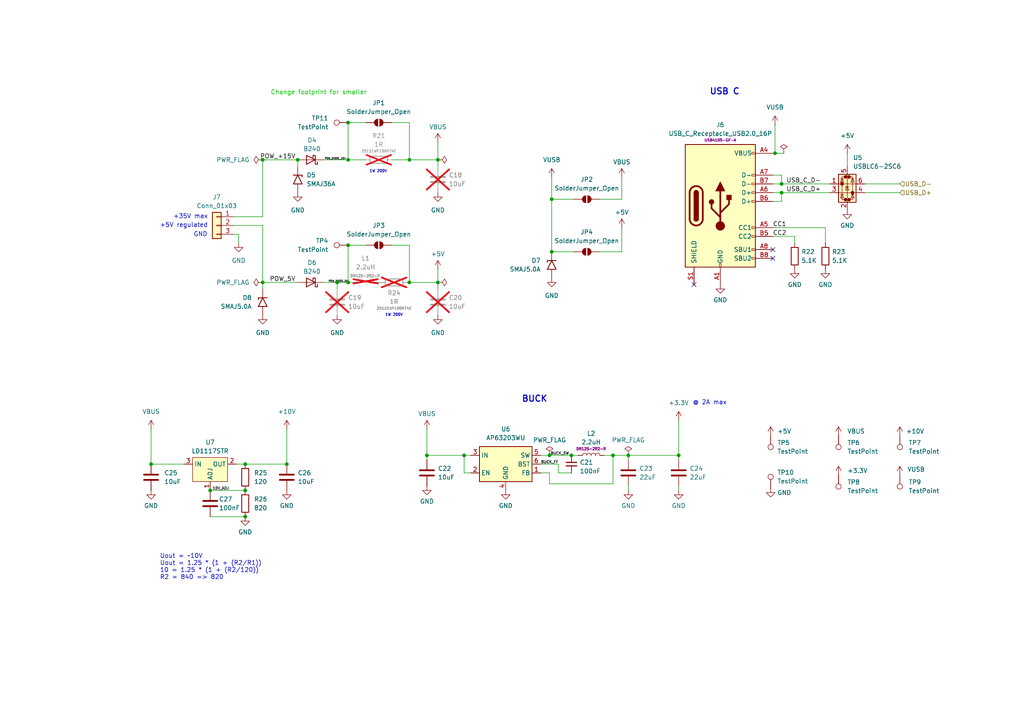
<source format=kicad_sch>
(kicad_sch (version 20250114) (generator "eeschema") (generator_version "9.0")
  (paper "A4")
  (title_block (title "Tesla sextant BT POWER") (date "2026-02-10") (rev "2.3"))
  (lib_symbols
    (symbol "Connector:TestPoint" (pin_numbers (hide yes)) (pin_names (offset 0.762) (hide yes))
      (property "Reference" "TP" (at 0 6.858 0))
      (property "Value" "TestPoint" (at 0 5.08 0))
      (symbol "TestPoint_0_1"
        (circle (center 0 3.302) (radius 0.762))
      )
      (symbol "TestPoint_1_1"
        (pin passive line (at 0 0 90) (length 2.54) (name "1") (number "1"))
      )
    )
    (symbol "Connector:USB_C_Receptacle_USB2.0_16P" (pin_names (offset 1.016))
      (property "Reference" "J2" (at 0 22.86 0))
      (property "Value" "USB_C_Receptacle_USB2.0_16P" (at 0 20.32 0))
      (symbol "USB_C_Receptacle_USB2.0_16P_0_0"
        (rectangle (start -0.254 -17.78) (end 0.254 -16.764))
        (rectangle (start 10.16 15.494) (end 9.144 14.986))
        (rectangle (start 10.16 9.144) (end 9.144 8.636))
        (rectangle (start 10.16 6.604) (end 9.144 6.096))
        (rectangle (start 10.16 4.064) (end 9.144 3.556))
        (rectangle (start 10.16 1.524) (end 9.144 1.016))
        (rectangle (start 10.16 -6.096) (end 9.144 -6.604))
        (rectangle (start 10.16 -8.636) (end 9.144 -9.144))
        (rectangle (start 10.16 -12.446) (end 9.144 -12.954))
        (rectangle (start 10.16 -14.986) (end 9.144 -15.494))
      )
      (symbol "USB_C_Receptacle_USB2.0_16P_0_1"
        (rectangle (start -10.16 17.78) (end 10.16 -17.78) (stroke (width 0.254)) (fill (type background)))
        (polyline (pts (xy -8.89 -3.81) (xy -8.89 3.81)) (stroke (width 0.508)))
        (rectangle (start -7.62 -3.81) (end -6.35 3.81) (stroke (width 0.254)) (fill (type outline)))
        (arc (start -7.62 3.81) (mid -6.985 4.4423) (end -6.35 3.81) (stroke (width 0.254)))
        (arc (start -7.62 3.81) (mid -6.985 4.4423) (end -6.35 3.81) (stroke (width 0.254)) (fill (type outline)))
        (arc (start -8.89 3.81) (mid -6.985 5.7067) (end -5.08 3.81) (stroke (width 0.508)))
        (arc (start -5.08 -3.81) (mid -6.985 -5.7067) (end -8.89 -3.81) (stroke (width 0.508)))
        (arc (start -6.35 -3.81) (mid -6.985 -4.4423) (end -7.62 -3.81) (stroke (width 0.254)))
        (arc (start -6.35 -3.81) (mid -6.985 -4.4423) (end -7.62 -3.81) (stroke (width 0.254)) (fill (type outline)))
        (polyline (pts (xy -5.08 3.81) (xy -5.08 -3.81)) (stroke (width 0.508)))
        (circle (center -2.54 1.143) (radius 0.635) (stroke (width 0.254)) (fill (type outline)))
        (polyline (pts (xy -1.27 4.318) (xy 0 6.858) (xy 1.27 4.318) (xy -1.27 4.318)) (stroke (width 0.254)) (fill (type outline)))
        (polyline (pts (xy 0 -2.032) (xy 2.54 0.508) (xy 2.54 1.778)) (stroke (width 0.508)))
        (polyline (pts (xy 0 -3.302) (xy -2.54 -0.762) (xy -2.54 0.508)) (stroke (width 0.508)))
        (polyline (pts (xy 0 -5.842) (xy 0 4.318)) (stroke (width 0.508)))
        (circle (center 0 -5.842) (radius 1.27) (fill (type outline)))
        (rectangle (start 1.905 1.778) (end 3.175 3.048) (stroke (width 0.254)) (fill (type outline)))
      )
      (symbol "USB_C_Receptacle_USB2.0_16P_1_1"
        (pin passive line (at -7.62 -22.86 90) (length 5.08) (name "SHIELD") (number "S1"))
        (pin passive line (at 0 -22.86 90) (length 5.08) (name "GND") (number "A1"))
        (pin passive line (at 0 -22.86 90) (length 5.08) (hide yes) (name "GND") (number "A12"))
        (pin passive line (at 0 -22.86 90) (length 5.08) (hide yes) (name "GND") (number "B1"))
        (pin passive line (at 0 -22.86 90) (length 5.08) (hide yes) (name "GND") (number "B12"))
        (pin passive line (at 15.24 15.24 180) (length 5.08) (name "VBUS") (number "A4"))
        (pin passive line (at 15.24 15.24 180) (length 5.08) (hide yes) (name "VBUS") (number "A9"))
        (pin passive line (at 15.24 15.24 180) (length 5.08) (hide yes) (name "VBUS") (number "B4"))
        (pin passive line (at 15.24 15.24 180) (length 5.08) (hide yes) (name "VBUS") (number "B9"))
        (pin bidirectional line (at 15.24 8.89 180) (length 5.08) (name "D-") (number "A7"))
        (pin bidirectional line (at 15.24 6.35 180) (length 5.08) (name "D-") (number "B7"))
        (pin bidirectional line (at 15.24 3.81 180) (length 5.08) (name "D+") (number "A6"))
        (pin bidirectional line (at 15.24 1.27 180) (length 5.08) (name "D+") (number "B6"))
        (pin bidirectional line (at 15.24 -6.35 180) (length 5.08) (name "CC1") (number "A5"))
        (pin bidirectional line (at 15.24 -8.89 180) (length 5.08) (name "CC2") (number "B5"))
        (pin bidirectional line (at 15.24 -12.7 180) (length 5.08) (name "SBU1") (number "A8"))
        (pin bidirectional line (at 15.24 -15.24 180) (length 5.08) (name "SBU2") (number "B8"))
      )
    )
    (symbol "Connector_Generic:Conn_01x03" (pin_names (offset 1.016) (hide yes))
      (property "Reference" "J" (at 0 5.08 0))
      (property "Value" "Conn_01x03" (at 0 -5.08 0))
      (symbol "Conn_01x03_1_1"
        (rectangle (start -1.27 3.81) (end 1.27 -3.81) (stroke (width 0.254)) (fill (type background)))
        (rectangle (start -1.27 2.667) (end 0 2.413) (stroke (width 0.1524)))
        (rectangle (start -1.27 0.127) (end 0 -0.127) (stroke (width 0.1524)))
        (rectangle (start -1.27 -2.413) (end 0 -2.667) (stroke (width 0.1524)))
        (pin passive line (at -5.08 2.54 0) (length 3.81) (name "Pin_1") (number "1"))
        (pin passive line (at -5.08 0 0) (length 3.81) (name "Pin_2") (number "2"))
        (pin passive line (at -5.08 -2.54 0) (length 3.81) (name "Pin_3") (number "3"))
      )
    )
    (symbol "Device:C" (pin_numbers (hide yes)) (pin_names (offset 0.254))
      (property "Reference" "C" (at 0.635 2.54 0))
      (property "Value" "C" (at 0.635 -2.54 0))
      (symbol "C_0_1"
        (polyline (pts (xy -2.032 0.762) (xy 2.032 0.762)) (stroke (width 0.508)))
        (polyline (pts (xy -2.032 -0.762) (xy 2.032 -0.762)) (stroke (width 0.508)))
      )
      (symbol "C_1_1"
        (pin passive line (at 0 3.81 270) (length 2.794) (name "~") (number "1"))
        (pin passive line (at 0 -3.81 90) (length 2.794) (name "~") (number "2"))
      )
    )
    (symbol "Device:C_Small" (pin_numbers (hide yes)) (pin_names (offset 0.254) (hide yes))
      (property "Reference" "C" (at 0.254 1.778 0))
      (property "Value" "C_Small" (at 0.254 -2.032 0))
      (symbol "C_Small_0_1"
        (polyline (pts (xy -1.524 0.508) (xy 1.524 0.508)) (stroke (width 0.3048)))
        (polyline (pts (xy -1.524 -0.508) (xy 1.524 -0.508)) (stroke (width 0.3302)))
      )
      (symbol "C_Small_1_1"
        (pin passive line (at 0 2.54 270) (length 2.032) (name "~") (number "1"))
        (pin passive line (at 0 -2.54 90) (length 2.032) (name "~") (number "2"))
      )
    )
    (symbol "Device:L" (pin_numbers (hide yes)) (pin_names (offset 1.016) (hide yes))
      (property "Reference" "L" (at -1.27 0 90))
      (property "Value" "L" (at 1.905 0 90))
      (symbol "L_0_1"
        (arc (start 0 2.54) (mid 0.6323 1.905) (end 0 1.27))
        (arc (start 0 1.27) (mid 0.6323 0.635) (end 0 0))
        (arc (start 0 0) (mid 0.6323 -0.635) (end 0 -1.27))
        (arc (start 0 -1.27) (mid 0.6323 -1.905) (end 0 -2.54))
      )
      (symbol "L_1_1"
        (pin passive line (at 0 3.81 270) (length 1.27) (name "1") (number "1"))
        (pin passive line (at 0 -3.81 90) (length 1.27) (name "2") (number "2"))
      )
    )
    (symbol "Device:R" (pin_numbers (hide yes)) (pin_names (offset 0))
      (property "Reference" "R" (at 2.032 0 90))
      (property "Value" "R" (at 0 0 90))
      (symbol "R_0_1"
        (rectangle (start -1.016 -2.54) (end 1.016 2.54) (stroke (width 0.254)))
      )
      (symbol "R_1_1"
        (pin passive line (at 0 3.81 270) (length 1.27) (name "~") (number "1"))
        (pin passive line (at 0 -3.81 90) (length 1.27) (name "~") (number "2"))
      )
    )
    (symbol "Diode:B240" (pin_numbers (hide yes)) (pin_names (offset 1.016) (hide yes))
      (property "Reference" "D" (at 0 2.54 0))
      (property "Value" "B240" (at 0 -2.54 0))
      (symbol "B240_0_1"
        (polyline (pts (xy -1.905 0.635) (xy -1.905 1.27) (xy -1.27 1.27) (xy -1.27 -1.27) (xy -0.635 -1.27) (xy -0.635 -0.635)) (stroke (width 0.254)))
        (polyline (pts (xy 1.27 1.27) (xy 1.27 -1.27) (xy -1.27 0) (xy 1.27 1.27)) (stroke (width 0.254)))
        (polyline (pts (xy 1.27 0) (xy -1.27 0)))
      )
      (symbol "B240_1_1"
        (pin passive line (at -3.81 0 0) (length 2.54) (name "K") (number "1"))
        (pin passive line (at 3.81 0 180) (length 2.54) (name "A") (number "2"))
      )
    )
    (symbol "Diode:SMAJ36A" (pin_numbers (hide yes)) (pin_names (offset 1.016) (hide yes))
      (property "Reference" "D" (at 0 2.54 0))
      (property "Value" "SMAJ36A" (at 0 -2.54 0))
      (symbol "SMAJ36A_0_1"
        (polyline (pts (xy -0.762 1.27) (xy -1.27 1.27) (xy -1.27 -1.27)) (stroke (width 0.254)))
        (polyline (pts (xy 1.27 1.27) (xy 1.27 -1.27) (xy -1.27 0) (xy 1.27 1.27)) (stroke (width 0.254)))
      )
      (symbol "SMAJ36A_1_1"
        (pin passive line (at -3.81 0 0) (length 2.54) (name "A1") (number "1"))
        (pin passive line (at 3.81 0 180) (length 2.54) (name "A2") (number "2"))
      )
    )
    (symbol "Diode:SMAJ5.0A" (pin_numbers (hide yes)) (pin_names (offset 1.016) (hide yes))
      (property "Reference" "D" (at 0 2.54 0))
      (property "Value" "SMAJ5.0A" (at 0 -2.54 0))
      (symbol "SMAJ5.0A_0_1"
        (polyline (pts (xy -0.762 1.27) (xy -1.27 1.27) (xy -1.27 -1.27)) (stroke (width 0.254)))
        (polyline (pts (xy 1.27 1.27) (xy 1.27 -1.27) (xy -1.27 0) (xy 1.27 1.27)) (stroke (width 0.254)))
      )
      (symbol "SMAJ5.0A_1_1"
        (pin passive line (at -3.81 0 0) (length 2.54) (name "A1") (number "1"))
        (pin passive line (at 3.81 0 180) (length 2.54) (name "A2") (number "2"))
      )
    )
    (symbol "Jumper:SolderJumper_2_Open" (pin_numbers (hide yes)) (pin_names (offset 0) (hide yes)) (in_bom no)
      (property "Reference" "JP" (at 0 2.032 0))
      (property "Value" "SolderJumper_2_Open" (at 0 -2.54 0))
      (symbol "SolderJumper_2_Open_0_1"
        (polyline (pts (xy -0.254 1.016) (xy -0.254 -1.016)))
        (arc (start -0.254 -1.016) (mid -1.2656 0) (end -0.254 1.016))
        (arc (start -0.254 -1.016) (mid -1.2656 0) (end -0.254 1.016) (fill (type outline)))
        (arc (start 0.254 1.016) (mid 1.2656 0) (end 0.254 -1.016))
        (arc (start 0.254 1.016) (mid 1.2656 0) (end 0.254 -1.016) (fill (type outline)))
        (polyline (pts (xy 0.254 1.016) (xy 0.254 -1.016)))
      )
      (symbol "SolderJumper_2_Open_1_1"
        (pin passive line (at -3.81 0 0) (length 2.54) (name "A") (number "1"))
        (pin passive line (at 3.81 0 180) (length 2.54) (name "B") (number "2"))
      )
    )
    (symbol "Power_Protection:USBLC6-2SC6" (pin_names (hide yes))
      (property "Reference" "U" (at 0.635 5.715 0))
      (property "Value" "USBLC6-2SC6" (at 0.635 3.81 0))
      (symbol "USBLC6-2SC6_0_0"
        (circle (center -1.524 0) (radius 0.0001) (stroke (width 0.508)))
        (circle (center -0.508 2.032) (radius 0.0001) (stroke (width 0.508)))
        (circle (center -0.508 -4.572) (radius 0.0001) (stroke (width 0.508)))
        (circle (center 0.508 2.032) (radius 0.0001) (stroke (width 0.508)))
        (circle (center 0.508 -4.572) (radius 0.0001) (stroke (width 0.508)))
        (circle (center 1.524 -2.54) (radius 0.0001) (stroke (width 0.508)))
      )
      (symbol "USBLC6-2SC6_0_1"
        (polyline (pts (xy -2.54 0) (xy 2.54 0)))
        (polyline (pts (xy -2.54 -2.54) (xy 2.54 -2.54)))
        (polyline (pts (xy -2.032 0.508) (xy -1.016 0.508) (xy -1.524 1.524) (xy -2.032 0.508)))
        (polyline (pts (xy -2.032 -3.048) (xy -1.016 -3.048)))
        (polyline (pts (xy -1.016 1.524) (xy -2.032 1.524)))
        (polyline (pts (xy -1.016 -4.064) (xy -2.032 -4.064) (xy -1.524 -3.048) (xy -1.016 -4.064)))
        (polyline (pts (xy -0.508 -1.143) (xy -0.508 -0.762) (xy 0.508 -0.762)))
        (polyline (pts (xy 0 2.54) (xy -0.508 2.032) (xy 0.508 2.032) (xy 0 1.524) (xy 0 -4.064) (xy -0.508 -4.572) (xy 0.508 -4.572) (xy 0 -5.08)))
        (polyline (pts (xy 0.508 -1.778) (xy -0.508 -1.778) (xy 0 -0.762) (xy 0.508 -1.778)))
        (polyline (pts (xy 1.016 1.524) (xy 2.032 1.524)))
        (polyline (pts (xy 1.016 -3.048) (xy 2.032 -3.048)))
        (polyline (pts (xy 2.032 0.508) (xy 1.016 0.508) (xy 1.524 1.524) (xy 2.032 0.508)))
        (polyline (pts (xy 2.032 -4.064) (xy 1.016 -4.064) (xy 1.524 -3.048) (xy 2.032 -4.064)))
      )
      (symbol "USBLC6-2SC6_1_1"
        (rectangle (start -2.54 2.794) (end 2.54 -5.334) (stroke (width 0.254)) (fill (type background)))
        (polyline (pts (xy -0.508 2.032) (xy -1.524 2.032) (xy -1.524 -4.572) (xy -0.508 -4.572)))
        (polyline (pts (xy 0.508 -4.572) (xy 1.524 -4.572) (xy 1.524 2.032) (xy 0.508 2.032)))
        (pin passive line (at -5.08 0 0) (length 2.54) (name "I/O1") (number "1"))
        (pin passive line (at -5.08 -2.54 0) (length 2.54) (name "I/O2") (number "3"))
        (pin passive line (at 0 5.08 270) (length 2.54) (name "VBUS") (number "5"))
        (pin passive line (at 0 -7.62 90) (length 2.54) (name "GND") (number "2"))
        (pin passive line (at 5.08 0 180) (length 2.54) (name "I/O1") (number "6"))
        (pin passive line (at 5.08 -2.54 180) (length 2.54) (name "I/O2") (number "4"))
      )
    )
    (symbol "Regulator_Switching:AP63203WU"
      (property "Reference" "U" (at -7.62 6.35 0))
      (property "Value" "AP63203WU" (at 2.54 6.35 0))
      (symbol "AP63203WU_0_1"
        (rectangle (start -7.62 5.08) (end 7.62 -5.08) (stroke (width 0.254)) (fill (type background)))
      )
      (symbol "AP63203WU_1_1"
        (pin power_in line (at -10.16 2.54 0) (length 2.54) (name "IN") (number "3"))
        (pin input line (at -10.16 -2.54 0) (length 2.54) (name "EN") (number "2"))
        (pin power_in line (at 0 -7.62 90) (length 2.54) (name "GND") (number "4"))
        (pin output line (at 10.16 2.54 180) (length 2.54) (name "SW") (number "5"))
        (pin passive line (at 10.16 0 180) (length 2.54) (name "BST") (number "6"))
        (pin input line (at 10.16 -2.54 180) (length 2.54) (name "FB") (number "1"))
      )
    )
    (symbol "Tesla_sextant_BT_Library:LM317DCYR"
      (property "Reference" "U" (at 0.254 6.096 0))
      (property "Value" "LD1117STR" (at 0.254 4.318 0))
      (symbol "LM317DCYR_1_1"
        (rectangle (start -5.08 3.175) (end 5.08 -3.81) (fill (type background)))
        (pin power_in line (at -7.62 1.27 0) (length 2.54) (name "IN") (number "3"))
        (pin input line (at 0 -6.35 90) (length 2.54) (name "ADJ") (number "1"))
        (pin power_out line (at 7.62 1.27 180) (length 2.54) (name "OUT") (number "2"))
        (pin input line (at 7.62 1.27 180) (length 2.54) (hide yes) (name "OUT") (number "4"))
      )
    )
    (symbol "power:+10V" (power) (pin_numbers (hide yes)) (pin_names (offset 0) (hide yes))
      (property "Value" "+10V" (at 0 3.556 0))
      (symbol "+10V_0_1"
        (polyline (pts (xy -0.762 1.27) (xy 0 2.54)))
        (polyline (pts (xy 0 2.54) (xy 0.762 1.27)))
        (polyline (pts (xy 0 0) (xy 0 2.54)))
      )
      (symbol "+10V_1_1"
        (pin power_in line (at 0 0 90) (length 0) (name "~") (number "1"))
      )
    )
    (symbol "power:+3.3V" (power) (pin_numbers (hide yes)) (pin_names (offset 0) (hide yes))
      (property "Value" "+3.3V" (at 0 3.556 0))
      (symbol "+3.3V_0_1"
        (polyline (pts (xy -0.762 1.27) (xy 0 2.54)))
        (polyline (pts (xy 0 2.54) (xy 0.762 1.27)))
        (polyline (pts (xy 0 0) (xy 0 2.54)))
      )
      (symbol "+3.3V_1_1"
        (pin power_in line (at 0 0 90) (length 0) (name "~") (number "1"))
      )
    )
    (symbol "power:+5V" (power) (pin_numbers (hide yes)) (pin_names (offset 0) (hide yes))
      (property "Value" "+5V" (at 0 3.556 0))
      (symbol "+5V_0_1"
        (polyline (pts (xy -0.762 1.27) (xy 0 2.54)))
        (polyline (pts (xy 0 2.54) (xy 0.762 1.27)))
        (polyline (pts (xy 0 0) (xy 0 2.54)))
      )
      (symbol "+5V_1_1"
        (pin power_in line (at 0 0 90) (length 0) (name "~") (number "1"))
      )
    )
    (symbol "power:GND" (power) (pin_numbers (hide yes)) (pin_names (offset 0) (hide yes))
      (property "Value" "GND" (at 0 -3.81 0))
      (symbol "GND_0_1"
        (polyline (pts (xy 0 0) (xy 0 -1.27) (xy 1.27 -1.27) (xy 0 -2.54) (xy -1.27 -1.27) (xy 0 -1.27)))
      )
      (symbol "GND_1_1"
        (pin power_in line (at 0 0 270) (length 0) (name "~") (number "1"))
      )
    )
    (symbol "power:PWR_FLAG" (power) (pin_numbers (hide yes)) (pin_names (offset 0) (hide yes))
      (property "Value" "PWR_FLAG" (at 0 3.81 0))
      (symbol "PWR_FLAG_0_0"
        (pin power_out line (at 0 0 90) (length 0) (name "~") (number "1"))
      )
      (symbol "PWR_FLAG_0_1"
        (polyline (pts (xy 0 0) (xy 0 1.27) (xy -1.016 1.905) (xy 0 2.54) (xy 1.016 1.905) (xy 0 1.27)))
      )
    )
    (symbol "power:VBUS" (power) (pin_numbers (hide yes)) (pin_names (offset 0) (hide yes))
      (property "Value" "VBUS" (at 0 3.556 0))
      (symbol "VBUS_0_1"
        (polyline (pts (xy -0.762 1.27) (xy 0 2.54)))
        (polyline (pts (xy 0 2.54) (xy 0.762 1.27)))
        (polyline (pts (xy 0 0) (xy 0 2.54)))
      )
      (symbol "VBUS_1_1"
        (pin power_in line (at 0 0 90) (length 0) (name "~") (number "1"))
      )
    )
  )
  (text "Uout = ~10V\nUout = 1.25 * (1 + (R2/R1))\n10 = 1.25 * (1 + (R2/120))\nR2 = 840 => 820\n" (at 46.355 164.465 0) (effects (font (size 1.27 1.27)) (justify left)))
  (text "@ 2A max" (at 205.867 116.84 0) (effects (font (size 1.27 1.27))))
  (text "+5V regulated" (at 60.325 65.405 0) (effects (font (size 1.27 1.27) (thickness 0.1588)) (justify right)))
  (text "GND" (at 60.198 68.072 0) (effects (font (size 1.27 1.27)) (justify right)))
  (text "1W 200V" (at 109.728 49.784 0) (effects (font (size 0.762 0.762))))
  (text "1W 200V" (at 114.3 91.44 0) (effects (font (size 0.762 0.762))))
  (text "+35V max" (at 60.325 62.865 0) (effects (font (size 1.27 1.27)) (justify right)))
  (text "Change footprint for smaller" (at 92.456 26.924 0) (effects (font (size 1.27 1.27))))
  (text "BUCK" (at 155.067 115.824 0) (effects (font (size 1.778 1.778) (thickness 0.3048) (bold yes))))
  (text "USB C" (at 210.185 26.67 0) (effects (font (size 1.778 1.778) (thickness 0.3048) (bold yes))))
  (junction (at 97.79 81.915))
  (junction (at 224.79 44.45))
  (junction (at 71.12 142.24))
  (junction (at 165.735 132.08))
  (junction (at 160.02 73.025))
  (junction (at 226.695 55.88))
  (junction (at 159.385 132.08))
  (junction (at 76.2 46.355))
  (junction (at 127 46.355))
  (junction (at 196.85 132.08))
  (junction (at 160.02 57.785))
  (junction (at 76.2 81.915))
  (junction (at 182.245 132.08))
  (junction (at 123.825 132.08))
  (junction (at 60.96 142.24))
  (junction (at 100.965 71.12))
  (junction (at 71.12 134.62))
  (junction (at 86.36 46.355))
  (junction (at 43.815 134.62))
  (junction (at 118.745 46.355))
  (junction (at 118.745 81.915))
  (junction (at 177.8 132.08))
  (junction (at 127 81.915))
  (junction (at 71.12 149.86))
  (junction (at 83.185 134.62))
  (junction (at 226.695 53.34))
  (junction (at 100.965 46.355))
  (junction (at 100.965 81.915))
  (junction (at 100.965 35.56))
  (junction (at 134.62 132.08))
  (no_connect (at 224.155 74.93))
  (no_connect (at 224.155 72.39))
  (no_connect (at 201.295 82.55))
  (wire (pts (xy 76.2 65.405) (xy 76.2 81.915)))
  (wire (pts (xy 113.665 35.56) (xy 118.745 35.56)))
  (wire (pts (xy 43.815 124.46) (xy 43.815 134.62)))
  (wire (pts (xy 161.925 137.16) (xy 161.925 134.62)))
  (wire (pts (xy 224.155 50.8) (xy 226.695 50.8)))
  (wire (pts (xy 159.385 132.08) (xy 165.735 132.08)))
  (wire (pts (xy 106.045 35.56) (xy 100.965 35.56)))
  (wire (pts (xy 224.79 44.45) (xy 227.33 44.45)))
  (wire (pts (xy 110.49 81.915) (xy 109.855 81.915)))
  (wire (pts (xy 245.745 44.45) (xy 245.745 48.26)))
  (wire (pts (xy 239.395 66.04) (xy 239.395 70.485)))
  (wire (pts (xy 136.525 137.16) (xy 134.62 137.16)))
  (wire (pts (xy 71.12 134.62) (xy 83.185 134.62)))
  (wire (pts (xy 230.505 68.58) (xy 230.505 70.485)))
  (wire (pts (xy 134.62 132.08) (xy 136.525 132.08)))
  (wire (pts (xy 67.945 65.405) (xy 76.2 65.405)))
  (wire (pts (xy 127 83.82) (xy 127 81.915)))
  (wire (pts (xy 180.34 66.04) (xy 180.34 73.025)))
  (wire (pts (xy 159.385 137.16) (xy 156.845 137.16)))
  (wire (pts (xy 173.99 57.785) (xy 180.34 57.785)))
  (wire (pts (xy 123.825 124.46) (xy 123.825 132.08)))
  (wire (pts (xy 226.695 50.8) (xy 226.695 53.34)))
  (wire (pts (xy 100.965 81.915) (xy 102.235 81.915)))
  (wire (pts (xy 127 78.105) (xy 127 81.915)))
  (wire (pts (xy 226.695 55.88) (xy 226.695 58.42)))
  (wire (pts (xy 118.745 81.915) (xy 127 81.915)))
  (wire (pts (xy 177.8 132.08) (xy 182.245 132.08)))
  (wire (pts (xy 83.185 124.46) (xy 83.185 134.62)))
  (wire (pts (xy 127 48.26) (xy 127 46.355)))
  (wire (pts (xy 250.825 53.34) (xy 260.985 53.34)))
  (wire (pts (xy 160.02 57.785) (xy 160.02 73.025)))
  (wire (pts (xy 76.2 81.915) (xy 86.36 81.915)))
  (wire (pts (xy 196.85 133.35) (xy 196.85 132.08)))
  (wire (pts (xy 160.02 51.435) (xy 160.02 57.785)))
  (wire (pts (xy 196.85 121.92) (xy 196.85 132.08)))
  (wire (pts (xy 97.79 83.82) (xy 97.79 81.915)))
  (wire (pts (xy 156.845 132.08) (xy 159.385 132.08)))
  (wire (pts (xy 76.2 46.355) (xy 76.2 62.865)))
  (wire (pts (xy 100.965 81.915) (xy 100.965 71.12)))
  (wire (pts (xy 118.745 71.12) (xy 118.745 81.915)))
  (wire (pts (xy 182.245 132.08) (xy 196.85 132.08)))
  (wire (pts (xy 86.36 48.26) (xy 86.36 46.355)))
  (wire (pts (xy 160.02 57.785) (xy 166.37 57.785)))
  (wire (pts (xy 250.825 55.88) (xy 260.985 55.88)))
  (wire (pts (xy 93.98 46.355) (xy 100.965 46.355)))
  (wire (pts (xy 226.695 53.34) (xy 240.665 53.34)))
  (wire (pts (xy 159.385 140.335) (xy 177.8 140.335)))
  (wire (pts (xy 60.96 142.24) (xy 71.12 142.24)))
  (wire (pts (xy 224.155 44.45) (xy 224.79 44.45)))
  (wire (pts (xy 134.62 137.16) (xy 134.62 132.08)))
  (wire (pts (xy 100.965 35.56) (xy 100.965 46.355)))
  (wire (pts (xy 123.825 132.08) (xy 134.62 132.08)))
  (wire (pts (xy 69.215 67.945) (xy 69.215 70.485)))
  (wire (pts (xy 123.825 133.35) (xy 123.825 132.08)))
  (wire (pts (xy 113.665 71.12) (xy 118.745 71.12)))
  (wire (pts (xy 226.695 55.88) (xy 240.665 55.88)))
  (wire (pts (xy 173.99 73.025) (xy 180.34 73.025)))
  (wire (pts (xy 100.965 71.12) (xy 106.045 71.12)))
  (wire (pts (xy 43.815 134.62) (xy 53.34 134.62)))
  (wire (pts (xy 97.79 81.915) (xy 100.965 81.915)))
  (wire (pts (xy 175.26 132.08) (xy 177.8 132.08)))
  (wire (pts (xy 93.98 81.915) (xy 97.79 81.915)))
  (wire (pts (xy 118.11 81.915) (xy 118.745 81.915)))
  (wire (pts (xy 182.245 140.97) (xy 182.245 142.24)))
  (wire (pts (xy 113.665 46.355) (xy 118.745 46.355)))
  (wire (pts (xy 177.8 140.335) (xy 177.8 132.08)))
  (wire (pts (xy 127 41.275) (xy 127 46.355)))
  (wire (pts (xy 100.965 46.355) (xy 106.045 46.355)))
  (wire (pts (xy 159.385 137.16) (xy 159.385 140.335)))
  (wire (pts (xy 60.96 149.86) (xy 71.12 149.86)))
  (wire (pts (xy 161.925 134.62) (xy 156.845 134.62)))
  (wire (pts (xy 118.745 46.355) (xy 127 46.355)))
  (wire (pts (xy 68.58 134.62) (xy 71.12 134.62)))
  (wire (pts (xy 226.695 53.34) (xy 224.155 53.34)))
  (wire (pts (xy 224.155 66.04) (xy 239.395 66.04)))
  (wire (pts (xy 226.695 55.88) (xy 224.155 55.88)))
  (wire (pts (xy 76.2 83.82) (xy 76.2 81.915)))
  (wire (pts (xy 165.735 132.08) (xy 167.64 132.08)))
  (wire (pts (xy 196.85 142.24) (xy 196.85 140.97)))
  (wire (pts (xy 224.79 36.195) (xy 224.79 44.45)))
  (wire (pts (xy 180.34 51.435) (xy 180.34 57.785)))
  (wire (pts (xy 160.02 73.025) (xy 166.37 73.025)))
  (wire (pts (xy 76.2 46.355) (xy 86.36 46.355)))
  (wire (pts (xy 67.945 62.865) (xy 76.2 62.865)))
  (wire (pts (xy 224.155 68.58) (xy 230.505 68.58)))
  (wire (pts (xy 69.215 67.945) (xy 67.945 67.945)))
  (wire (pts (xy 226.695 58.42) (xy 224.155 58.42)))
  (wire (pts (xy 118.745 35.56) (xy 118.745 46.355)))
  (wire (pts (xy 182.245 133.35) (xy 182.245 132.08)))
  (wire (pts (xy 165.735 137.16) (xy 161.925 137.16)))
  (label "POW_5V" (at 85.725 81.915 180))
  (label "BUCK_FF" (at 156.845 134.62 0) (effects (font (size 0.762 0.762))))
  (label "CC1" (at 224.155 66.04 0))
  (label "CC2" (at 224.155 68.58 0))
  (label "POW_DIODE_15V" (at 100.33 46.355 180) (effects (font (size 0.508 0.508))))
  (label "10V_ADJ" (at 61.595 142.24 0) (effects (font (size 0.762 0.762))))
  (label "BUCK_SW" (at 165.1 132.08 180) (effects (font (size 0.762 0.762))))
  (label "USB_C_D-" (at 238.125 53.34 180))
  (label "USB_C_D+" (at 238.125 55.88 180))
  (label "POW_DIODE_5V" (at 100.965 81.915 180) (effects (font (size 0.508 0.508))))
  (label "POW_+15V" (at 85.725 46.355 180))
  (hierarchical_label "USB_D+" (shape input) (at 260.985 55.88 0))
  (hierarchical_label "USB_D-" (shape input) (at 260.985 53.34 0))
  (symbol (lib_id "Jumper:SolderJumper_2_Open") (at 170.18 73.025 0) (unit 1) (in_bom no)
    (property "Reference" "JP4" (at 170.18 67.31 0))
    (property "Value" "SolderJumper_Open" (at 170.18 69.85 0))
    (property "Footprint" "Jumper:SolderJumper-2_P1.3mm_Open_TrianglePad1.0x1.5mm" (effects (hide yes)))
    (property "Description" "Solder Jumper, 2-pole, open" (effects (hide yes)))
  )
  (symbol (lib_id "power:+3.3V") (at 243.205 137.795 0) (unit 1)
    (property "Reference" "#PWR081" (effects (hide yes)))
    (property "Value" "+3.3V" (at 245.745 136.5249 0) (effects (justify left)))
    (property "Description" "Power symbol creates a global label with name \"+3.3V\"" (effects (hide yes)))
  )
  (symbol (lib_id "Device:C") (at 127 52.07 0) (unit 1) (in_bom no) (dnp yes)
    (property "Reference" "C18" (at 130.175 50.7999 0) (effects (justify left)))
    (property "Value" "10uF" (at 130.175 53.3399 0) (effects (justify left)))
    (property "Footprint" "Capacitor_SMD:C_0805_2012Metric" (effects (hide yes)))
    (property "Description" "Unpolarized capacitor" (effects (hide yes)))
  )
  (symbol (lib_id "power:GND") (at 208.915 82.55 0) (unit 1)
    (property "Reference" "#PWR070" (effects (hide yes)))
    (property "Value" "GND" (at 208.915 86.995 0))
    (property "Description" "Power symbol creates a global label with name \"GND\" , ground" (effects (hide yes)))
  )
  (symbol (lib_id "power:GND") (at 97.79 91.44 0) (unit 1)
    (property "Reference" "#PWR072" (effects (hide yes)))
    (property "Value" "GND" (at 97.79 96.52 0))
    (property "Description" "Power symbol creates a global label with name \"GND\" , ground" (effects (hide yes)))
  )
  (symbol (lib_id "Diode:SMAJ5.0A") (at 76.2 87.63 90) (mirror x) (unit 1)
    (property "Reference" "D8" (at 73.025 86.36 90) (effects (justify left)))
    (property "Value" "SMAJ5.0A" (at 73.025 88.9 90) (effects (justify left)))
    (property "Footprint" "Diode_SMD:D_SMA" (effects (hide yes)))
    (property "Datasheet" "https://www.littelfuse.com/media?resourcetype=datasheets&itemid=75e32973-b177-4ee3-a0ff-cedaf1abdb93&filename=smaj-datasheet" (effects (hide yes)))
    (property "Description" "400W unidirectional Transient Voltage Suppressor, 5.0Vr, SMA(DO-214AC)" (effects (hide yes)))
  )
  (symbol (lib_id "Device:R") (at 230.505 74.295 0) (unit 1)
    (property "Reference" "R22" (at 232.41 73.0249 0) (effects (justify left)))
    (property "Value" "5.1K" (at 232.41 75.5649 0) (effects (justify left)))
    (property "Footprint" "Capacitor_SMD:C_0805_2012Metric" (effects (hide yes)))
    (property "Description" "Resistor" (effects (hide yes)))
  )
  (symbol (lib_id "power:GND") (at 76.2 91.44 0) (unit 1)
    (property "Reference" "#PWR071" (effects (hide yes)))
    (property "Value" "GND" (at 76.2 96.52 0))
    (property "Description" "Power symbol creates a global label with name \"GND\" , ground" (effects (hide yes)))
  )
  (symbol (lib_id "Diode:SMAJ36A") (at 86.36 52.07 270) (unit 1)
    (property "Reference" "D5" (at 88.9 50.7999 90) (effects (justify left)))
    (property "Value" "SMAJ36A" (at 88.9 53.3399 90) (effects (justify left)))
    (property "Footprint" "Diode_SMD:D_SMA" (effects (hide yes)))
    (property "Datasheet" "https://www.littelfuse.com/media?resourcetype=datasheets&itemid=75e32973-b177-4ee3-a0ff-cedaf1abdb93&filename=smaj-datasheet" (effects (hide yes)))
    (property "Description" "400W unidirectional Transient Voltage Suppressor, 36.0Vr, SMA(DO-214AC)" (effects (hide yes)))
  )
  (symbol (lib_id "power:GND") (at 239.395 78.105 0) (unit 1)
    (property "Reference" "#PWR067" (effects (hide yes)))
    (property "Value" "GND" (at 239.395 82.55 0))
    (property "Description" "Power symbol creates a global label with name \"GND\" , ground" (effects (hide yes)))
  )
  (symbol (lib_id "power:GND") (at 43.815 142.24 0) (unit 1)
    (property "Reference" "#PWR085" (effects (hide yes)))
    (property "Value" "GND" (at 43.815 146.685 0))
    (property "Description" "Power symbol creates a global label with name \"GND\" , ground" (effects (hide yes)))
  )
  (symbol (lib_id "Regulator_Switching:AP63203WU") (at 146.685 134.62 0) (unit 1)
    (property "Reference" "U6" (at 146.685 124.46 0))
    (property "Value" "AP63203WU" (at 146.685 127 0))
    (property "Footprint" "Package_TO_SOT_SMD:TSOT-23-6" (effects (hide yes)))
    (property "Datasheet" "https://www.diodes.com/assets/Datasheets/AP63200-AP63201-AP63203-AP63205.pdf" (effects (hide yes)))
    (property "Description" "2A, 1.1MHz Buck DC/DC Converter, fixed 3.3V output voltage, TSOT-23-6" (effects (hide yes)))
  )
  (symbol (lib_id "power:VBUS") (at 127 41.275 0) (unit 1)
    (property "Reference" "#PWR015" (effects (hide yes)))
    (property "Value" "VBUS" (at 127 36.83 0))
    (property "Description" "Power symbol creates a global label with name \"VBUS\"" (effects (hide yes)))
  )
  (symbol (lib_id "Connector:TestPoint") (at 260.985 137.795 180) (unit 1) (in_bom no)
    (property "Reference" "TP9" (at 263.525 139.8269 0) (effects (justify right)))
    (property "Value" "TestPoint" (at 263.525 142.3669 0) (effects (justify right)))
    (property "Footprint" "TestPoint:TestPoint_Pad_D2.5mm" (effects (hide yes)))
    (property "Description" "test point" (effects (hide yes)))
  )
  (symbol (lib_id "power:PWR_FLAG") (at 76.2 81.915 90) (unit 1) (in_bom no) (on_board no)
    (property "Reference" "#FLG04" (effects (hide yes)))
    (property "Value" "PWR_FLAG" (at 72.39 81.9149 90) (effects (justify left)))
    (property "Description" "Special symbol for telling ERC where power comes from" (effects (hide yes)))
  )
  (symbol (lib_id "Connector:USB_C_Receptacle_USB2.0_16P") (at 208.915 59.69 0) (unit 1)
    (property "Reference" "J6" (at 208.915 36.195 0))
    (property "Value" "USB_C_Receptacle_USB2.0_16P" (at 208.915 38.735 0))
    (property "Footprint" "Connector_USB:USB_C_Receptacle_GCT_USB4105-xx-A_16P_TopMnt_Horizontal" (effects (hide yes)))
    (property "Datasheet" "https://www.usb.org/sites/default/files/documents/usb_type-c.zip" (effects (hide yes)))
    (property "Description" "USB 2.0-only 16P Type-C Receptacle connector" (effects (hide yes)))
    (property "Part_num" "USB4105-GF-A" (at 208.915 40.64 0) (effects (font (size 0.762 0.762))))
  )
  (symbol (lib_id "Connector:TestPoint") (at 260.985 126.365 180) (unit 1) (in_bom no)
    (property "Reference" "TP7" (at 263.525 128.3969 0) (effects (justify right)))
    (property "Value" "TestPoint" (at 263.525 130.9369 0) (effects (justify right)))
    (property "Footprint" "TestPoint:TestPoint_Pad_D2.5mm" (effects (hide yes)))
    (property "Description" "test point" (effects (hide yes)))
  )
  (symbol (lib_id "Device:C") (at 127 87.63 0) (unit 1) (in_bom no) (dnp yes)
    (property "Reference" "C20" (at 130.175 86.3599 0) (effects (justify left)))
    (property "Value" "10uF" (at 130.175 88.8999 0) (effects (justify left)))
    (property "Footprint" "Capacitor_SMD:C_0805_2012Metric" (effects (hide yes)))
    (property "Description" "Unpolarized capacitor" (effects (hide yes)))
  )
  (symbol (lib_id "power:+10V") (at 83.185 124.46 0) (unit 1)
    (property "Reference" "#PWR076" (effects (hide yes)))
    (property "Value" "+10V" (at 83.185 119.38 0))
    (property "Description" "Power symbol creates a global label with name \"+10V\"" (effects (hide yes)))
  )
  (symbol (lib_id "Device:R") (at 109.855 46.355 270) (unit 1) (in_bom no) (dnp yes)
    (property "Reference" "R21" (at 109.855 39.37 90))
    (property "Value" "1R" (at 109.855 41.91 90))
    (property "Footprint" "Resistor_SMD:R_2512_6332Metric" (effects (hide yes)))
    (property "Datasheet" "https://www.tme.eu/Document/4f50d320a6ddacb273098f84373b6259/rezystor-smd.pdf" (effects (hide yes)))
    (property "Description" "Resistor" (effects (hide yes)))
    (property "Part_num" "25121WF100KT4E" (at 109.855 43.815 90) (effects (font (size 0.762 0.762))))
  )
  (symbol (lib_id "Connector:TestPoint") (at 223.52 126.365 180) (unit 1) (in_bom no)
    (property "Reference" "TP5" (at 225.425 128.3969 0) (effects (justify right)))
    (property "Value" "TestPoint" (at 225.425 130.9369 0) (effects (justify right)))
    (property "Footprint" "TestPoint:TestPoint_Pad_D2.5mm" (effects (hide yes)))
    (property "Description" "test point" (effects (hide yes)))
  )
  (symbol (lib_id "Jumper:SolderJumper_2_Open") (at 170.18 57.785 0) (unit 1) (in_bom no)
    (property "Reference" "JP2" (at 170.18 52.07 0))
    (property "Value" "SolderJumper_Open" (at 170.18 54.61 0))
    (property "Footprint" "Jumper:SolderJumper-2_P1.3mm_Open_TrianglePad1.0x1.5mm" (effects (hide yes)))
    (property "Description" "Solder Jumper, 2-pole, open" (effects (hide yes)))
  )
  (symbol (lib_id "power:GND") (at 160.02 80.645 0) (unit 1)
    (property "Reference" "#PWR068" (effects (hide yes)))
    (property "Value" "GND" (at 160.02 85.725 0))
    (property "Description" "Power symbol creates a global label with name \"GND\" , ground" (effects (hide yes)))
  )
  (symbol (lib_id "power:VBUS") (at 260.985 137.795 0) (unit 1)
    (property "Reference" "#PWR082" (effects (hide yes)))
    (property "Value" "VUSB" (at 263.144 136.144 0) (effects (justify left)))
    (property "Description" "Power symbol creates a global label with name \"VBUS\"" (effects (hide yes)))
  )
  (symbol (lib_id "Device:R") (at 239.395 74.295 0) (unit 1)
    (property "Reference" "R23" (at 241.3 73.0249 0) (effects (justify left)))
    (property "Value" "5.1K" (at 241.3 75.5649 0) (effects (justify left)))
    (property "Footprint" "Capacitor_SMD:C_0805_2012Metric" (effects (hide yes)))
    (property "Description" "Resistor" (effects (hide yes)))
  )
  (symbol (lib_id "power:+5V") (at 127 78.105 0) (unit 1)
    (property "Reference" "#PWR065" (effects (hide yes)))
    (property "Value" "+5V" (at 127 73.66 0))
    (property "Description" "Power symbol creates a global label with name \"+5V\"" (effects (hide yes)))
  )
  (symbol (lib_id "power:GND") (at 83.185 142.24 0) (unit 1)
    (property "Reference" "#PWR086" (effects (hide yes)))
    (property "Value" "GND" (at 83.185 146.685 0))
    (property "Description" "Power symbol creates a global label with name \"GND\" , ground" (effects (hide yes)))
  )
  (symbol (lib_id "Jumper:SolderJumper_2_Open") (at 109.855 71.12 0) (unit 1) (in_bom no)
    (property "Reference" "JP3" (at 109.855 65.405 0))
    (property "Value" "SolderJumper_Open" (at 109.855 67.945 0))
    (property "Footprint" "Jumper:SolderJumper-2_P1.3mm_Open_TrianglePad1.0x1.5mm" (effects (hide yes)))
    (property "Description" "Solder Jumper, 2-pole, open" (effects (hide yes)))
  )
  (symbol (lib_id "power:GND") (at 146.685 142.24 0) (unit 1)
    (property "Reference" "#PWR087" (effects (hide yes)))
    (property "Value" "GND" (at 146.685 146.685 0))
    (property "Description" "Power symbol creates a global label with name \"GND\" , ground" (effects (hide yes)))
  )
  (symbol (lib_id "Tesla_sextant_BT_Library:LM317DCYR") (at 60.96 135.89 0) (unit 1)
    (property "Reference" "U7" (at 60.96 128.27 0))
    (property "Value" "LD1117STR" (at 60.96 130.81 0))
    (property "Footprint" "Package_TO_SOT_SMD:SOT-223" (effects (hide yes)))
  )
  (symbol (lib_id "power:VBUS") (at 160.02 51.435 0) (unit 1)
    (property "Reference" "#PWR020" (effects (hide yes)))
    (property "Value" "VUSB" (at 160.02 46.355 0))
    (property "Description" "Power symbol creates a global label with name \"VBUS\"" (effects (hide yes)))
  )
  (symbol (lib_id "Device:C") (at 196.85 137.16 0) (unit 1)
    (property "Reference" "C24" (at 200.025 135.8899 0) (effects (justify left)))
    (property "Value" "22uF" (at 200.025 138.4299 0) (effects (justify left)))
    (property "Footprint" "Capacitor_SMD:C_0805_2012Metric" (effects (hide yes)))
    (property "Description" "Unpolarized capacitor" (effects (hide yes)))
  )
  (symbol (lib_id "power:+3.3V") (at 196.85 121.92 0) (unit 1)
    (property "Reference" "#PWR074" (effects (hide yes)))
    (property "Value" "+3.3V" (at 196.85 116.84 0))
    (property "Description" "Power symbol creates a global label with name \"+3.3V\"" (effects (hide yes)))
  )
  (symbol (lib_id "power:GND") (at 123.825 140.97 0) (unit 1)
    (property "Reference" "#PWR083" (effects (hide yes)))
    (property "Value" "GND" (at 123.825 145.415 0))
    (property "Description" "Power symbol creates a global label with name \"GND\" , ground" (effects (hide yes)))
  )
  (symbol (lib_id "Diode:B240") (at 90.17 46.355 180) (unit 1)
    (property "Reference" "D4" (at 90.4875 40.64 0))
    (property "Value" "B240" (at 90.4875 43.18 0))
    (property "Footprint" "Diode_SMD:D_SMB" (effects (hide yes)))
    (property "Datasheet" "http://www.jameco.com/Jameco/Products/ProdDS/1538777.pdf" (effects (hide yes)))
    (property "Description" "40V 2A Schottky Barrier Rectifier Diode, SMB" (effects (hide yes)))
  )
  (symbol (lib_id "power:GND") (at 127 55.88 0) (unit 1)
    (property "Reference" "#PWR024" (effects (hide yes)))
    (property "Value" "GND" (at 127 60.96 0))
    (property "Description" "Power symbol creates a global label with name \"GND\" , ground" (effects (hide yes)))
  )
  (symbol (lib_id "power:PWR_FLAG") (at 127 81.915 270) (unit 1)
    (property "Reference" "#FLG05" (effects (hide yes)))
    (property "Value" "PWR_FLAG" (effects (hide yes)))
    (property "Description" "Special symbol for telling ERC where power comes from" (effects (hide yes)))
  )
  (symbol (lib_id "power:+10V") (at 260.985 126.365 0) (unit 1)
    (property "Reference" "#PWR080" (effects (hide yes)))
    (property "Value" "+10V" (at 265.43 125.095 0))
    (property "Description" "Power symbol creates a global label with name \"+10V\"" (effects (hide yes)))
  )
  (symbol (lib_id "power:GND") (at 196.85 142.24 0) (unit 1)
    (property "Reference" "#PWR089" (effects (hide yes)))
    (property "Value" "GND" (at 196.85 146.685 0))
    (property "Description" "Power symbol creates a global label with name \"GND\" , ground" (effects (hide yes)))
  )
  (symbol (lib_id "Jumper:SolderJumper_2_Open") (at 109.855 35.56 0) (unit 1) (in_bom no)
    (property "Reference" "JP1" (at 109.855 29.845 0))
    (property "Value" "SolderJumper_Open" (at 109.855 32.385 0))
    (property "Footprint" "Jumper:SolderJumper-2_P1.3mm_Open_TrianglePad1.0x1.5mm" (effects (hide yes)))
    (property "Description" "Solder Jumper, 2-pole, open" (effects (hide yes)))
  )
  (symbol (lib_id "Device:C") (at 83.185 138.43 0) (unit 1)
    (property "Reference" "C26" (at 86.36 137.1599 0) (effects (justify left)))
    (property "Value" "10uF" (at 86.36 139.6999 0) (effects (justify left)))
    (property "Footprint" "Capacitor_SMD:C_0805_2012Metric" (effects (hide yes)))
    (property "Description" "Unpolarized capacitor" (effects (hide yes)))
  )
  (symbol (lib_id "Connector:TestPoint") (at 100.965 71.12 90) (mirror x) (unit 1) (in_bom no)
    (property "Reference" "TP4" (at 95.25 69.8499 90) (effects (justify left)))
    (property "Value" "TestPoint" (at 95.25 72.3899 90) (effects (justify left)))
    (property "Footprint" "TestPoint:TestPoint_Pad_D2.5mm" (effects (hide yes)))
    (property "Description" "test point" (effects (hide yes)))
  )
  (symbol (lib_id "Device:C") (at 182.245 137.16 0) (unit 1)
    (property "Reference" "C23" (at 185.42 135.8899 0) (effects (justify left)))
    (property "Value" "22uF" (at 185.42 138.4299 0) (effects (justify left)))
    (property "Footprint" "Capacitor_SMD:C_0805_2012Metric" (effects (hide yes)))
    (property "Description" "Unpolarized capacitor" (effects (hide yes)))
  )
  (symbol (lib_id "Connector:TestPoint") (at 223.52 141.605 0) (unit 1) (in_bom no)
    (property "Reference" "TP10" (at 225.425 137.0329 0) (effects (justify left)))
    (property "Value" "TestPoint" (at 225.425 139.5729 0) (effects (justify left)))
    (property "Footprint" "TestPoint:TestPoint_Pad_D2.5mm" (effects (hide yes)))
    (property "Description" "test point" (effects (hide yes)))
  )
  (symbol (lib_id "Connector:TestPoint") (at 100.965 35.56 90) (mirror x) (unit 1) (in_bom no)
    (property "Reference" "TP11" (at 95.25 34.2899 90) (effects (justify left)))
    (property "Value" "TestPoint" (at 95.25 36.8299 90) (effects (justify left)))
    (property "Footprint" "TestPoint:TestPoint_Pad_D2.5mm" (effects (hide yes)))
    (property "Description" "test point" (effects (hide yes)))
  )
  (symbol (lib_id "Power_Protection:USBLC6-2SC6") (at 245.745 53.34 0) (unit 1)
    (property "Reference" "U5" (at 247.3961 45.72 0) (effects (justify left)))
    (property "Value" "USBLC6-2SC6" (at 247.3961 48.26 0) (effects (justify left)))
    (property "Footprint" "Package_TO_SOT_SMD:SOT-23-6" (effects (hide yes)))
    (property "Datasheet" "https://www.st.com/resource/en/datasheet/usblc6-2.pdf" (effects (hide yes)))
    (property "Description" "Very low capacitance ESD protection diode, 2 data-line, SOT-23-6" (effects (hide yes)))
  )
  (symbol (lib_id "power:PWR_FLAG") (at 182.245 132.08 0) (unit 1)
    (property "Reference" "#FLG07" (effects (hide yes)))
    (property "Value" "PWR_FLAG" (at 182.245 127.635 0))
    (property "Description" "Special symbol for telling ERC where power comes from" (effects (hide yes)))
  )
  (symbol (lib_id "power:GND") (at 69.215 70.485 0) (unit 1)
    (property "Reference" "#PWR064" (effects (hide yes)))
    (property "Value" "GND" (at 69.215 75.565 0))
    (property "Description" "Power symbol creates a global label with name \"GND\" , ground" (effects (hide yes)))
  )
  (symbol (lib_id "power:VBUS") (at 243.205 126.365 0) (unit 1)
    (property "Reference" "#PWR079" (effects (hide yes)))
    (property "Value" "VBUS" (at 248.285 125.095 0))
    (property "Description" "Power symbol creates a global label with name \"VBUS\"" (effects (hide yes)))
  )
  (symbol (lib_id "Diode:SMAJ5.0A") (at 160.02 76.835 90) (mirror x) (unit 1)
    (property "Reference" "D7" (at 156.845 75.565 90) (effects (justify left)))
    (property "Value" "SMAJ5.0A" (at 156.845 78.105 90) (effects (justify left)))
    (property "Footprint" "Diode_SMD:D_SMA" (effects (hide yes)))
    (property "Datasheet" "https://www.littelfuse.com/media?resourcetype=datasheets&itemid=75e32973-b177-4ee3-a0ff-cedaf1abdb93&filename=smaj-datasheet" (effects (hide yes)))
    (property "Description" "400W unidirectional Transient Voltage Suppressor, 5.0Vr, SMA(DO-214AC)" (effects (hide yes)))
  )
  (symbol (lib_id "power:GND") (at 71.12 149.86 0) (unit 1)
    (property "Reference" "#PWR090" (effects (hide yes)))
    (property "Value" "GND" (at 71.12 154.305 0))
    (property "Description" "Power symbol creates a global label with name \"GND\" , ground" (effects (hide yes)))
  )
  (symbol (lib_id "power:GND") (at 245.745 60.96 0) (unit 1)
    (property "Reference" "#PWR025" (effects (hide yes)))
    (property "Value" "GND" (at 245.745 65.405 0))
    (property "Description" "Power symbol creates a global label with name \"GND\" , ground" (effects (hide yes)))
  )
  (symbol (lib_id "Connector:TestPoint") (at 243.205 126.365 180) (unit 1) (in_bom no)
    (property "Reference" "TP6" (at 245.745 128.3969 0) (effects (justify right)))
    (property "Value" "TestPoint" (at 245.745 130.9369 0) (effects (justify right)))
    (property "Footprint" "TestPoint:TestPoint_Pad_D2.5mm" (effects (hide yes)))
    (property "Description" "test point" (effects (hide yes)))
  )
  (symbol (lib_id "power:GND") (at 230.505 78.105 0) (unit 1)
    (property "Reference" "#PWR066" (effects (hide yes)))
    (property "Value" "GND" (at 230.505 82.55 0))
    (property "Description" "Power symbol creates a global label with name \"GND\" , ground" (effects (hide yes)))
  )
  (symbol (lib_id "Device:R") (at 114.3 81.915 270) (unit 1) (in_bom no) (dnp yes)
    (property "Reference" "R24" (at 114.3 84.963 90))
    (property "Value" "1R" (at 114.3 87.503 90))
    (property "Footprint" "Resistor_SMD:R_2512_6332Metric" (effects (hide yes)))
    (property "Datasheet" "https://www.tme.eu/Document/4f50d320a6ddacb273098f84373b6259/rezystor-smd.pdf" (effects (hide yes)))
    (property "Description" "Resistor" (effects (hide yes)))
    (property "Part_num" "25121WF100KT4E" (at 114.3 89.408 90) (effects (font (size 0.762 0.762))))
  )
  (symbol (lib_id "Device:C") (at 97.79 87.63 0) (unit 1) (in_bom no) (dnp yes)
    (property "Reference" "C19" (at 100.965 86.3599 0) (effects (justify left)))
    (property "Value" "10uF" (at 100.965 88.8999 0) (effects (justify left)))
    (property "Footprint" "Capacitor_SMD:C_0805_2012Metric" (effects (hide yes)))
    (property "Description" "Unpolarized capacitor" (effects (hide yes)))
  )
  (symbol (lib_id "power:PWR_FLAG") (at 76.2 46.355 90) (unit 1)
    (property "Reference" "#FLG02" (effects (hide yes)))
    (property "Value" "PWR_FLAG" (at 72.39 46.3549 90) (effects (justify left)))
    (property "Description" "Special symbol for telling ERC where power comes from" (effects (hide yes)))
  )
  (symbol (lib_id "power:+5V") (at 245.745 44.45 0) (unit 1)
    (property "Reference" "#PWR017" (effects (hide yes)))
    (property "Value" "+5V" (at 245.745 39.37 0))
    (property "Description" "Power symbol creates a global label with name \"+5V\"" (effects (hide yes)))
  )
  (symbol (lib_id "Device:C") (at 43.815 138.43 0) (unit 1)
    (property "Reference" "C25" (at 47.625 137.1599 0) (effects (justify left)))
    (property "Value" "10uF" (at 47.625 139.6999 0) (effects (justify left)))
    (property "Footprint" "Capacitor_SMD:C_0805_2012Metric" (effects (hide yes)))
    (property "Description" "Unpolarized capacitor" (effects (hide yes)))
  )
  (symbol (lib_id "power:VBUS") (at 180.34 51.435 0) (unit 1)
    (property "Reference" "#PWR022" (effects (hide yes)))
    (property "Value" "VBUS" (at 180.34 46.99 0))
    (property "Description" "Power symbol creates a global label with name \"VBUS\"" (effects (hide yes)))
  )
  (symbol (lib_id "power:PWR_FLAG") (at 227.33 44.45 0) (unit 1) (in_bom no) (on_board no)
    (property "Reference" "#FLG01" (effects (hide yes)))
    (property "Value" "PWR_FLAG" (effects (hide yes)))
    (property "Description" "Special symbol for telling ERC where power comes from" (effects (hide yes)))
  )
  (symbol (lib_id "Device:L") (at 171.45 132.08 90) (unit 1)
    (property "Reference" "L2" (at 171.45 125.73 90))
    (property "Value" "2.2uH" (at 171.45 128.27 90))
    (property "Footprint" "Inductor_SMD:L_12x12mm_H8mm" (effects (hide yes)))
    (property "Datasheet" "https://www.eaton.com/content/dam/eaton/products/electronic-components/resources/data-sheet/eaton-dr-high-power-density-high-efficiency-shielded-drum-core-power-inductors-data-sheet.pdf" (effects (hide yes)))
    (property "Description" "Inductor" (effects (hide yes)))
    (property "Part_num" "DR125-2R2-R" (at 171.45 130.175 90) (effects (font (size 0.762 0.762))))
  )
  (symbol (lib_id "power:GND") (at 223.52 141.605 0) (unit 1)
    (property "Reference" "#PWR084" (effects (hide yes)))
    (property "Value" "GND" (at 225.425 142.8749 0) (effects (justify left)))
    (property "Description" "Power symbol creates a global label with name \"GND\" , ground" (effects (hide yes)))
  )
  (symbol (lib_id "Device:R") (at 71.12 138.43 0) (unit 1)
    (property "Reference" "R25" (at 73.66 137.1599 0) (effects (justify left)))
    (property "Value" "120" (at 73.66 139.6999 0) (effects (justify left)))
    (property "Footprint" "Capacitor_SMD:C_0805_2012Metric" (effects (hide yes)))
    (property "Description" "Resistor" (effects (hide yes)))
  )
  (symbol (lib_id "power:VBUS") (at 43.815 124.46 0) (unit 1)
    (property "Reference" "#PWR075" (effects (hide yes)))
    (property "Value" "VBUS" (at 43.815 119.38 0))
    (property "Description" "Power symbol creates a global label with name \"VBUS\"" (effects (hide yes)))
  )
  (symbol (lib_id "power:PWR_FLAG") (at 159.385 132.08 0) (unit 1)
    (property "Reference" "#FLG06" (effects (hide yes)))
    (property "Value" "PWR_FLAG" (at 159.385 127.635 0))
    (property "Description" "Special symbol for telling ERC where power comes from" (effects (hide yes)))
  )
  (symbol (lib_id "power:+5V") (at 223.52 126.365 0) (unit 1)
    (property "Reference" "#PWR078" (effects (hide yes)))
    (property "Value" "+5V" (at 225.425 125.0949 0) (effects (justify left)))
    (property "Description" "Power symbol creates a global label with name \"+5V\"" (effects (hide yes)))
  )
  (symbol (lib_id "power:GND") (at 127 91.44 0) (unit 1)
    (property "Reference" "#PWR073" (effects (hide yes)))
    (property "Value" "GND" (at 127 96.52 0))
    (property "Description" "Power symbol creates a global label with name \"GND\" , ground" (effects (hide yes)))
  )
  (symbol (lib_id "Connector:TestPoint") (at 243.205 137.795 180) (unit 1) (in_bom no)
    (property "Reference" "TP8" (at 245.745 139.8269 0) (effects (justify right)))
    (property "Value" "TestPoint" (at 245.745 142.3669 0) (effects (justify right)))
    (property "Footprint" "TestPoint:TestPoint_Pad_D2.5mm" (effects (hide yes)))
    (property "Description" "test point" (effects (hide yes)))
  )
  (symbol (lib_id "Device:C") (at 123.825 137.16 0) (unit 1)
    (property "Reference" "C22" (at 127 135.8899 0) (effects (justify left)))
    (property "Value" "10uF" (at 127 138.4299 0) (effects (justify left)))
    (property "Footprint" "Capacitor_SMD:C_0805_2012Metric" (effects (hide yes)))
    (property "Description" "Unpolarized capacitor" (effects (hide yes)))
  )
  (symbol (lib_id "Connector_Generic:Conn_01x03") (at 62.865 65.405 0) (mirror y) (unit 1) (in_bom no)
    (property "Reference" "J7" (at 62.865 57.15 0))
    (property "Value" "Conn_01x03" (at 62.865 59.69 0))
    (property "Footprint" "Tesla_Library:Conn_Solder_1x03_SMD" (effects (hide yes)))
    (property "Description" "Generic connector, single row, 01x03, script generated (kicad-library-utils/schlib/autogen/connector/)" (effects (hide yes)))
  )
  (symbol (lib_id "power:GND") (at 86.36 55.88 0) (unit 1)
    (property "Reference" "#PWR023" (effects (hide yes)))
    (property "Value" "GND" (at 86.36 60.96 0))
    (property "Description" "Power symbol creates a global label with name \"GND\" , ground" (effects (hide yes)))
  )
  (symbol (lib_id "power:PWR_FLAG") (at 127 46.355 270) (unit 1)
    (property "Reference" "#FLG03" (effects (hide yes)))
    (property "Value" "PWR_FLAG" (effects (hide yes)))
    (property "Description" "Special symbol for telling ERC where power comes from" (effects (hide yes)))
  )
  (symbol (lib_id "power:VBUS") (at 123.825 124.46 0) (unit 1)
    (property "Reference" "#PWR077" (effects (hide yes)))
    (property "Value" "VBUS" (at 123.825 120.015 0))
    (property "Description" "Power symbol creates a global label with name \"VBUS\"" (effects (hide yes)))
  )
  (symbol (lib_id "Device:C") (at 60.96 146.05 0) (unit 1)
    (property "Reference" "C27" (at 63.5 144.78 0) (effects (justify left)))
    (property "Value" "100nF" (at 63.5 147.32 0) (effects (justify left)))
    (property "Footprint" "Capacitor_SMD:C_0805_2012Metric" (effects (hide yes)))
    (property "Description" "Unpolarized capacitor" (effects (hide yes)))
  )
  (symbol (lib_id "Device:L") (at 106.045 81.915 90) (unit 1) (in_bom no) (dnp yes)
    (property "Reference" "L1" (at 106.045 74.93 90))
    (property "Value" "2.2uH" (at 106.045 77.47 90))
    (property "Footprint" "Inductor_SMD:L_12x12mm_H8mm" (effects (hide yes)))
    (property "Datasheet" "https://www.eaton.com/content/dam/eaton/products/electronic-components/resources/data-sheet/eaton-dr-high-power-density-high-efficiency-shielded-drum-core-power-inductors-data-sheet.pdf" (effects (hide yes)))
    (property "Description" "Inductor" (effects (hide yes)))
    (property "Part_num" "DR125-2R2-R" (at 105.918 80.01 90) (effects (font (size 0.762 0.762))))
  )
  (symbol (lib_id "Device:R") (at 71.12 146.05 0) (unit 1)
    (property "Reference" "R26" (at 73.66 144.7799 0) (effects (justify left)))
    (property "Value" "820" (at 73.66 147.3199 0) (effects (justify left)))
    (property "Footprint" "Capacitor_SMD:C_0805_2012Metric" (effects (hide yes)))
    (property "Description" "Resistor" (effects (hide yes)))
  )
  (symbol (lib_id "power:+5V") (at 180.34 66.04 0) (unit 1)
    (property "Reference" "#PWR063" (effects (hide yes)))
    (property "Value" "+5V" (at 180.34 61.595 0))
    (property "Description" "Power symbol creates a global label with name \"+5V\"" (effects (hide yes)))
  )
  (symbol (lib_id "Device:C_Small") (at 165.735 134.62 180) (unit 1)
    (property "Reference" "C21" (at 168.148 134.112 0) (effects (justify right)))
    (property "Value" "100nF" (at 168.148 136.652 0) (effects (justify right)))
    (property "Footprint" "Capacitor_SMD:C_0805_2012Metric" (effects (hide yes)))
    (property "Description" "Unpolarized capacitor, small symbol" (effects (hide yes)))
  )
  (symbol (lib_id "power:VBUS") (at 224.79 36.195 0) (unit 1)
    (property "Reference" "#PWR012" (effects (hide yes)))
    (property "Value" "VUSB" (at 224.79 31.115 0))
    (property "Description" "Power symbol creates a global label with name \"VBUS\"" (effects (hide yes)))
  )
  (symbol (lib_id "Diode:B240") (at 90.17 81.915 180) (unit 1)
    (property "Reference" "D6" (at 90.4875 76.2 0))
    (property "Value" "B240" (at 90.4875 78.74 0))
    (property "Footprint" "Diode_SMD:D_SMB" (effects (hide yes)))
    (property "Datasheet" "http://www.jameco.com/Jameco/Products/ProdDS/1538777.pdf" (effects (hide yes)))
    (property "Description" "40V 2A Schottky Barrier Rectifier Diode, SMB" (effects (hide yes)))
  )
  (symbol (lib_id "power:GND") (at 182.245 142.24 0) (unit 1)
    (property "Reference" "#PWR088" (effects (hide yes)))
    (property "Value" "GND" (at 182.245 146.685 0))
    (property "Description" "Power symbol creates a global label with name \"GND\" , ground" (effects (hide yes)))
  )
)
</source>
